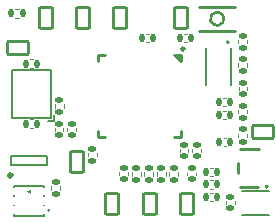
<source format=gbr>
%TF.GenerationSoftware,KiCad,Pcbnew,7.0.2-6a45011f42~172~ubuntu22.04.1*%
%TF.CreationDate,2023-05-22T20:19:48+08:00*%
%TF.ProjectId,fly2040,666c7932-3034-4302-9e6b-696361645f70,rev?*%
%TF.SameCoordinates,PX4323800PY2f1c8c0*%
%TF.FileFunction,Legend,Top*%
%TF.FilePolarity,Positive*%
%FSLAX46Y46*%
G04 Gerber Fmt 4.6, Leading zero omitted, Abs format (unit mm)*
G04 Created by KiCad (PCBNEW 7.0.2-6a45011f42~172~ubuntu22.04.1) date 2023-05-22 20:19:48*
%MOMM*%
%LPD*%
G01*
G04 APERTURE LIST*
G04 Aperture macros list*
%AMRoundRect*
0 Rectangle with rounded corners*
0 $1 Rounding radius*
0 $2 $3 $4 $5 $6 $7 $8 $9 X,Y pos of 4 corners*
0 Add a 4 corners polygon primitive as box body*
4,1,4,$2,$3,$4,$5,$6,$7,$8,$9,$2,$3,0*
0 Add four circle primitives for the rounded corners*
1,1,$1+$1,$2,$3*
1,1,$1+$1,$4,$5*
1,1,$1+$1,$6,$7*
1,1,$1+$1,$8,$9*
0 Add four rect primitives between the rounded corners*
20,1,$1+$1,$2,$3,$4,$5,0*
20,1,$1+$1,$4,$5,$6,$7,0*
20,1,$1+$1,$6,$7,$8,$9,0*
20,1,$1+$1,$8,$9,$2,$3,0*%
G04 Aperture macros list end*
%ADD10C,0.120000*%
%ADD11C,0.254000*%
%ADD12C,0.152000*%
%ADD13C,0.200000*%
%ADD14C,0.140000*%
%ADD15C,0.300000*%
%ADD16R,1.300000X2.000000*%
%ADD17RoundRect,0.100000X-0.550000X0.900000X-0.550000X-0.900000X0.550000X-0.900000X0.550000X0.900000X0*%
%ADD18RoundRect,0.135000X-0.185000X0.135000X-0.185000X-0.135000X0.185000X-0.135000X0.185000X0.135000X0*%
%ADD19RoundRect,0.140000X-0.140000X-0.170000X0.140000X-0.170000X0.140000X0.170000X-0.140000X0.170000X0*%
%ADD20R,0.200000X1.100000*%
%ADD21R,1.100000X0.200000*%
%ADD22R,3.100000X3.100000*%
%ADD23R,0.280000X0.600000*%
%ADD24R,1.700000X0.300000*%
%ADD25O,1.000000X1.000000*%
%ADD26RoundRect,0.100000X0.550000X-0.900000X0.550000X0.900000X-0.550000X0.900000X-0.550000X-0.900000X0*%
%ADD27RoundRect,0.135000X0.185000X-0.135000X0.185000X0.135000X-0.185000X0.135000X-0.185000X-0.135000X0*%
%ADD28RoundRect,0.135000X-0.135000X-0.185000X0.135000X-0.185000X0.135000X0.185000X-0.135000X0.185000X0*%
%ADD29RoundRect,0.140000X-0.170000X0.140000X-0.170000X-0.140000X0.170000X-0.140000X0.170000X0.140000X0*%
%ADD30R,2.000000X1.300000*%
%ADD31RoundRect,0.100000X-0.900000X-0.550000X0.900000X-0.550000X0.900000X0.550000X-0.900000X0.550000X0*%
%ADD32R,1.145000X0.400000*%
%ADD33RoundRect,0.140000X0.170000X-0.140000X0.170000X0.140000X-0.170000X0.140000X-0.170000X-0.140000X0*%
%ADD34R,0.200000X0.550000*%
%ADD35R,1.000000X1.720000*%
%ADD36O,0.364000X1.222000*%
%ADD37R,1.000000X1.524000*%
%ADD38R,1.200000X1.400000*%
%ADD39R,1.100000X0.700000*%
G04 APERTURE END LIST*
D10*
%TO.C,R4*%
X21035000Y-11396359D02*
X21035000Y-11703641D01*
X20275000Y-11396359D02*
X20275000Y-11703641D01*
%TO.C,C3*%
X2642164Y-5115000D02*
X2857836Y-5115000D01*
X2642164Y-5835000D02*
X2857836Y-5835000D01*
%TO.C,R9*%
X13088000Y-14641359D02*
X13088000Y-14948641D01*
X12328000Y-14641359D02*
X12328000Y-14948641D01*
%TO.C,C17*%
X17907164Y-15335000D02*
X18122836Y-15335000D01*
X17907164Y-16055000D02*
X18122836Y-16055000D01*
D11*
%TO.C,U1*%
X15395000Y-4705000D02*
X15395000Y-5274000D01*
X14826000Y-4705000D02*
X15395000Y-4705000D01*
X14826000Y-4705000D02*
X15395000Y-5274000D01*
X8395000Y-4705000D02*
X8964000Y-4705000D01*
X8395000Y-4805000D02*
X8395000Y-4705000D01*
X15395000Y-4964000D02*
X15298000Y-4964000D01*
X15298000Y-4964000D02*
X15039000Y-4705000D01*
X8395000Y-5274000D02*
X8395000Y-4805000D01*
X15395000Y-11136000D02*
X15395000Y-11705000D01*
X15395000Y-11705000D02*
X14826000Y-11705000D01*
X8964000Y-11705000D02*
X8395000Y-11705000D01*
X8395000Y-11705000D02*
X8395000Y-11136000D01*
X15722000Y-4205000D02*
G75*
G03*
X15722000Y-4205000I-127000J0D01*
G01*
D12*
%TO.C,U2*%
X19691000Y-7268500D02*
X19691000Y-4116500D01*
X17539000Y-4116500D02*
X17539000Y-7268500D01*
D13*
X19477000Y-3660500D02*
G75*
G03*
X19477000Y-3660500I-100000J0D01*
G01*
D10*
%TO.C,C16*%
X17907164Y-14285000D02*
X18122836Y-14285000D01*
X17907164Y-15005000D02*
X18122836Y-15005000D01*
%TO.C,C12*%
X12502164Y-2955000D02*
X12717836Y-2955000D01*
X12502164Y-3675000D02*
X12717836Y-3675000D01*
%TO.C,C5*%
X19027164Y-11720000D02*
X19242836Y-11720000D01*
X19027164Y-12440000D02*
X19242836Y-12440000D01*
%TO.C,R2*%
X7525000Y-13323641D02*
X7525000Y-13016359D01*
X8285000Y-13323641D02*
X8285000Y-13016359D01*
%TO.C,R12*%
X1396359Y-815000D02*
X1703641Y-815000D01*
X1396359Y-1575000D02*
X1703641Y-1575000D01*
%TO.C,C7*%
X10930000Y-14682164D02*
X10930000Y-14897836D01*
X10210000Y-14682164D02*
X10210000Y-14897836D01*
%TO.C,C14*%
X21025000Y-7447164D02*
X21025000Y-7662836D01*
X20305000Y-7447164D02*
X20305000Y-7662836D01*
%TO.C,C2*%
X19022164Y-8345000D02*
X19237836Y-8345000D01*
X19022164Y-9065000D02*
X19237836Y-9065000D01*
%TO.C,C18*%
X17907164Y-16385000D02*
X18122836Y-16385000D01*
X17907164Y-17105000D02*
X18122836Y-17105000D01*
D12*
%TO.C,LED1*%
X3810000Y-18350000D02*
X3556000Y-18350000D01*
X3810000Y-18230000D02*
X3810000Y-18350000D01*
X3810000Y-17430000D02*
X3810000Y-17470000D01*
X3810000Y-16630000D02*
X3810000Y-16670000D01*
X3810000Y-15810000D02*
X3810000Y-15870000D01*
X3556000Y-18350000D02*
X1270000Y-18350000D01*
X1270000Y-18350000D02*
X1270000Y-18230000D01*
X1270000Y-17470000D02*
X1270000Y-17430000D01*
X1270000Y-16670000D02*
X1270000Y-16630000D01*
X1270000Y-15870000D02*
X1270000Y-15810000D01*
X1270000Y-15810000D02*
X3810000Y-15810000D01*
D14*
X4290000Y-17890000D02*
G75*
G03*
X4290000Y-17890000I-70000J0D01*
G01*
D10*
X2625000Y-16385000D02*
X2355000Y-16255000D01*
X2625000Y-16135000D01*
X2625000Y-16385000D01*
G36*
X2625000Y-16385000D02*
G01*
X2355000Y-16255000D01*
X2625000Y-16135000D01*
X2625000Y-16385000D01*
G37*
%TO.C,R8*%
X12027000Y-14641359D02*
X12027000Y-14948641D01*
X11267000Y-14641359D02*
X11267000Y-14948641D01*
%TO.C,C4*%
X6530000Y-10952164D02*
X6530000Y-11167836D01*
X5810000Y-10952164D02*
X5810000Y-11167836D01*
%TO.C,R11*%
X15210000Y-14641359D02*
X15210000Y-14948641D01*
X14450000Y-14641359D02*
X14450000Y-14948641D01*
%TO.C,C11*%
X15682164Y-2950000D02*
X15897836Y-2950000D01*
X15682164Y-3670000D02*
X15897836Y-3670000D01*
%TO.C,C8*%
X16685000Y-14687164D02*
X16685000Y-14902836D01*
X15965000Y-14687164D02*
X15965000Y-14902836D01*
%TO.C,R3*%
X20275000Y-9683642D02*
X20275000Y-9376360D01*
X21035000Y-9683642D02*
X21035000Y-9376360D01*
%TO.C,R7*%
X4455000Y-16143641D02*
X4455000Y-15836359D01*
X5215000Y-16143641D02*
X5215000Y-15836359D01*
%TO.C,C15*%
X19250000Y-17332836D02*
X19250000Y-17117164D01*
X19970000Y-17332836D02*
X19970000Y-17117164D01*
D12*
%TO.C,L1*%
X22863000Y-18241000D02*
X20577000Y-18241000D01*
X20577000Y-16209000D02*
X22863000Y-16209000D01*
%TO.C,U3*%
X1044000Y-13324000D02*
X4096000Y-13324000D01*
X1044000Y-14066000D02*
X1044000Y-13324000D01*
X4096000Y-13324000D02*
X4096000Y-14066000D01*
X4096000Y-14066000D02*
X1044000Y-14066000D01*
D15*
X1111000Y-14906000D02*
G75*
G03*
X1111000Y-14906000I-150000J0D01*
G01*
D11*
%TO.C,SW1*%
X20019000Y-2686000D02*
X16971000Y-2686000D01*
X20019000Y-654000D02*
X16971000Y-654000D01*
X17986509Y-1415748D02*
G75*
G03*
X18093001Y-1268001I508491J-254252D01*
G01*
D10*
%TO.C,C9*%
X16060000Y-12707164D02*
X16060000Y-12922836D01*
X15340000Y-12707164D02*
X15340000Y-12922836D01*
%TO.C,R1*%
X4730000Y-9228641D02*
X4730000Y-8921359D01*
X5490000Y-9228641D02*
X5490000Y-8921359D01*
D12*
%TO.C,X1*%
X4152000Y-10306000D02*
X4660000Y-10306000D01*
X4660000Y-10306000D02*
X4660000Y-9798000D01*
X1104000Y-10049000D02*
X1104000Y-5988000D01*
X4434000Y-10049000D02*
X1104000Y-10049000D01*
X1104000Y-5988000D02*
X2755000Y-5988000D01*
X2755000Y-5988000D02*
X4406000Y-5988000D01*
X4406000Y-5988000D02*
X4434000Y-10049000D01*
X4406000Y-5988000D02*
X4406000Y-5988000D01*
D11*
%TO.C,U4*%
X20249000Y-14736000D02*
X20249000Y-13852000D01*
X20409000Y-12694000D02*
X22009000Y-12694000D01*
X20449000Y-15912000D02*
X21989000Y-15912000D01*
X22735000Y-15892000D02*
G75*
G03*
X22735000Y-15892000I-64000J0D01*
G01*
D10*
%TO.C,C13*%
X5475000Y-10947164D02*
X5475000Y-11162836D01*
X4755000Y-10947164D02*
X4755000Y-11162836D01*
%TO.C,R5*%
X21045000Y-3451359D02*
X21045000Y-3758641D01*
X20285000Y-3451359D02*
X20285000Y-3758641D01*
%TO.C,C10*%
X19022164Y-9440000D02*
X19237836Y-9440000D01*
X19022164Y-10160000D02*
X19237836Y-10160000D01*
%TO.C,C6*%
X16385000Y-12922836D02*
X16385000Y-12707164D01*
X17105000Y-12922836D02*
X17105000Y-12707164D01*
%TO.C,R10*%
X14149000Y-14641359D02*
X14149000Y-14948641D01*
X13389000Y-14641359D02*
X13389000Y-14948641D01*
%TO.C,R6*%
X20285000Y-5743641D02*
X20285000Y-5436359D01*
X21045000Y-5743641D02*
X21045000Y-5436359D01*
%TO.C,C1*%
X2657164Y-10195000D02*
X2872836Y-10195000D01*
X2657164Y-10915000D02*
X2872836Y-10915000D01*
%TD*%
%LPC*%
D16*
%TO.C,J9*%
X8675001Y-1605000D03*
D17*
X7125001Y-1605000D03*
%TD*%
D18*
%TO.C,R4*%
X20655000Y-11040000D03*
X20655000Y-12060000D03*
%TD*%
D19*
%TO.C,C3*%
X2270000Y-5475000D03*
X3230000Y-5475000D03*
%TD*%
D18*
%TO.C,R9*%
X12708000Y-14285000D03*
X12708000Y-15305000D03*
%TD*%
D19*
%TO.C,C17*%
X17535000Y-15695000D03*
X18495000Y-15695000D03*
%TD*%
D20*
%TO.C,U1*%
X14495000Y-4655000D03*
X14095000Y-4655000D03*
X13695000Y-4655000D03*
X13295000Y-4655000D03*
X12895000Y-4655000D03*
X12495000Y-4655000D03*
X12095000Y-4655000D03*
X11695000Y-4655000D03*
X11295000Y-4655000D03*
X10895000Y-4655000D03*
X10495000Y-4655000D03*
X10095000Y-4655000D03*
X9695000Y-4655000D03*
X9295000Y-4655000D03*
D21*
X8345000Y-5605000D03*
X8345000Y-6005000D03*
X8345000Y-6405000D03*
X8345000Y-6805000D03*
X8345000Y-7205000D03*
X8345000Y-7605000D03*
X8345000Y-8005000D03*
X8345000Y-8405000D03*
X8345000Y-8805000D03*
X8345000Y-9205000D03*
X8345000Y-9605000D03*
X8345000Y-10005000D03*
X8345000Y-10405000D03*
X8345000Y-10805000D03*
D20*
X9295000Y-11755000D03*
X9695000Y-11755000D03*
X10095000Y-11755000D03*
X10495000Y-11755000D03*
X10895000Y-11755000D03*
X11295000Y-11755000D03*
X11695000Y-11755000D03*
X12095000Y-11755000D03*
X12495000Y-11755000D03*
X12895000Y-11755000D03*
X13295000Y-11755000D03*
X13695000Y-11755000D03*
X14095000Y-11755000D03*
X14495000Y-11755000D03*
D21*
X15445000Y-10805000D03*
X15445000Y-10405000D03*
X15445000Y-10005000D03*
X15445000Y-9605000D03*
X15445000Y-9205000D03*
X15445000Y-8805000D03*
X15445000Y-8405000D03*
X15445000Y-8005000D03*
X15445000Y-7605000D03*
X15445000Y-7205000D03*
X15445000Y-6805000D03*
X15445000Y-6405000D03*
X15445000Y-6005000D03*
X15445000Y-5605000D03*
D22*
X11895000Y-8205000D03*
%TD*%
D23*
%TO.C,U2*%
X19365000Y-4185500D03*
X18865000Y-4185500D03*
X18365000Y-4185500D03*
X17865000Y-4185500D03*
X17865000Y-7199500D03*
X18365000Y-7199500D03*
X18865000Y-7199500D03*
X19365000Y-7199500D03*
D24*
X18615000Y-5692500D03*
%TD*%
D19*
%TO.C,C16*%
X17535000Y-14645000D03*
X18495000Y-14645000D03*
%TD*%
D16*
%TO.C,J10*%
X11840000Y-1605000D03*
D17*
X10290000Y-1605000D03*
%TD*%
D25*
%TO.C,J8*%
X22189248Y-1283121D03*
X22189248Y-2553121D03*
X22189248Y-3823121D03*
X22189248Y-5093121D03*
X22189248Y-6363121D03*
X22189248Y-7633121D03*
%TD*%
D16*
%TO.C,J1*%
X13860000Y-1610000D03*
D26*
X15410000Y-1610000D03*
%TD*%
D19*
%TO.C,C12*%
X12130000Y-3315000D03*
X13090000Y-3315000D03*
%TD*%
%TO.C,C5*%
X18655000Y-12080000D03*
X19615000Y-12080000D03*
%TD*%
D27*
%TO.C,R2*%
X7905000Y-13680000D03*
X7905000Y-12660000D03*
%TD*%
D16*
%TO.C,J4*%
X14415000Y-17340000D03*
D26*
X15965000Y-17340000D03*
%TD*%
D28*
%TO.C,R12*%
X1040000Y-1195000D03*
X2060000Y-1195000D03*
%TD*%
D29*
%TO.C,C7*%
X10570000Y-14310000D03*
X10570000Y-15270000D03*
%TD*%
%TO.C,C14*%
X20665000Y-7075000D03*
X20665000Y-8035000D03*
%TD*%
D19*
%TO.C,C2*%
X18650000Y-8705000D03*
X19610000Y-8705000D03*
%TD*%
D30*
%TO.C,J2*%
X1615000Y-2600000D03*
D31*
X1615000Y-4150000D03*
%TD*%
D19*
%TO.C,C18*%
X17535000Y-16745000D03*
X18495000Y-16745000D03*
%TD*%
D16*
%TO.C,J7*%
X5035000Y-13795000D03*
D26*
X6585000Y-13795000D03*
%TD*%
D16*
%TO.C,J6*%
X5530000Y-1605000D03*
D17*
X3980000Y-1605000D03*
%TD*%
D32*
%TO.C,LED1*%
X3388000Y-17850000D03*
X3388000Y-17050000D03*
X3388000Y-16250000D03*
X1692000Y-16250000D03*
X1692000Y-17050000D03*
X1692000Y-17850000D03*
%TD*%
D16*
%TO.C,J11*%
X8065000Y-17340000D03*
D26*
X9615000Y-17340000D03*
%TD*%
D18*
%TO.C,R8*%
X11647000Y-14285000D03*
X11647000Y-15305000D03*
%TD*%
D29*
%TO.C,C4*%
X6170000Y-10580000D03*
X6170000Y-11540000D03*
%TD*%
D18*
%TO.C,R11*%
X14830000Y-14285000D03*
X14830000Y-15305000D03*
%TD*%
D19*
%TO.C,C11*%
X15310000Y-3310000D03*
X16270000Y-3310000D03*
%TD*%
D29*
%TO.C,C8*%
X16325000Y-14315000D03*
X16325000Y-15275000D03*
%TD*%
D27*
%TO.C,R3*%
X20655000Y-10040001D03*
X20655000Y-9020001D03*
%TD*%
%TO.C,R7*%
X4835000Y-16500000D03*
X4835000Y-15480000D03*
%TD*%
D33*
%TO.C,C15*%
X19610000Y-17705000D03*
X19610000Y-16745000D03*
%TD*%
D30*
%TO.C,J5*%
X22350000Y-9740000D03*
D31*
X22350000Y-11290000D03*
%TD*%
D16*
%TO.C,J3*%
X11255000Y-17340000D03*
D26*
X12805000Y-17340000D03*
%TD*%
D34*
%TO.C,J12*%
X10500000Y-12870000D03*
X10900000Y-12870000D03*
X11300000Y-12870000D03*
X11700000Y-12870000D03*
X12100000Y-12870000D03*
X12500000Y-12870000D03*
%TD*%
D35*
%TO.C,L1*%
X20892000Y-17225000D03*
X22548000Y-17225000D03*
%TD*%
D36*
%TO.C,U3*%
X1595000Y-14906000D03*
X2245000Y-14906000D03*
X2895000Y-14906000D03*
X3545000Y-14906000D03*
X3545000Y-12484000D03*
X2895000Y-12484000D03*
X2245000Y-12484000D03*
X1595000Y-12484000D03*
%TD*%
D37*
%TO.C,SW1*%
X20095000Y-1670000D03*
X16895000Y-1670000D03*
%TD*%
D29*
%TO.C,C9*%
X15700000Y-12335000D03*
X15700000Y-13295000D03*
%TD*%
D27*
%TO.C,R1*%
X5110000Y-9585000D03*
X5110000Y-8565000D03*
%TD*%
D38*
%TO.C,X1*%
X3630000Y-9120000D03*
X3630000Y-6920000D03*
X1880000Y-6920000D03*
X1880000Y-9120000D03*
%TD*%
D39*
%TO.C,U4*%
X22509000Y-15254000D03*
X22509000Y-14304000D03*
X22509000Y-13352000D03*
X19921000Y-13352000D03*
X19921000Y-15252000D03*
%TD*%
D29*
%TO.C,C13*%
X5115000Y-10575000D03*
X5115000Y-11535000D03*
%TD*%
D18*
%TO.C,R5*%
X20665000Y-3095000D03*
X20665000Y-4115000D03*
%TD*%
D19*
%TO.C,C10*%
X18650000Y-9800000D03*
X19610000Y-9800000D03*
%TD*%
D33*
%TO.C,C6*%
X16745000Y-13295000D03*
X16745000Y-12335000D03*
%TD*%
D18*
%TO.C,R10*%
X13769000Y-14285000D03*
X13769000Y-15305000D03*
%TD*%
D27*
%TO.C,R6*%
X20665000Y-6100000D03*
X20665000Y-5080000D03*
%TD*%
D19*
%TO.C,C1*%
X2285000Y-10555000D03*
X3245000Y-10555000D03*
%TD*%
%LPD*%
M02*

</source>
